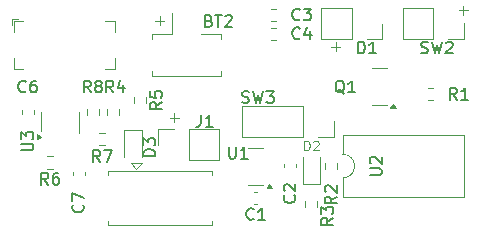
<source format=gbr>
%TF.GenerationSoftware,KiCad,Pcbnew,7.0.11-2.fc38*%
%TF.CreationDate,2024-04-24T16:28:19+02:00*%
%TF.ProjectId,lr_40,6c725f34-302e-46b6-9963-61645f706362,rev?*%
%TF.SameCoordinates,Original*%
%TF.FileFunction,Legend,Top*%
%TF.FilePolarity,Positive*%
%FSLAX46Y46*%
G04 Gerber Fmt 4.6, Leading zero omitted, Abs format (unit mm)*
G04 Created by KiCad (PCBNEW 7.0.11-2.fc38) date 2024-04-24 16:28:19*
%MOMM*%
%LPD*%
G01*
G04 APERTURE LIST*
%ADD10C,0.100000*%
%ADD11C,0.150000*%
%ADD12C,0.120000*%
G04 APERTURE END LIST*
D10*
X82303884Y-51591466D02*
X83065789Y-51591466D01*
X82684836Y-51972419D02*
X82684836Y-51210514D01*
X108003884Y-50691466D02*
X108765789Y-50691466D01*
X108384836Y-51072419D02*
X108384836Y-50310514D01*
X83503884Y-59791466D02*
X84265789Y-59791466D01*
X83884836Y-60172419D02*
X83884836Y-59410514D01*
X97203884Y-53791466D02*
X97965789Y-53791466D01*
X97584836Y-54172419D02*
X97584836Y-53410514D01*
D11*
X86839285Y-51581009D02*
X86982142Y-51628628D01*
X86982142Y-51628628D02*
X87029761Y-51676247D01*
X87029761Y-51676247D02*
X87077380Y-51771485D01*
X87077380Y-51771485D02*
X87077380Y-51914342D01*
X87077380Y-51914342D02*
X87029761Y-52009580D01*
X87029761Y-52009580D02*
X86982142Y-52057200D01*
X86982142Y-52057200D02*
X86886904Y-52104819D01*
X86886904Y-52104819D02*
X86505952Y-52104819D01*
X86505952Y-52104819D02*
X86505952Y-51104819D01*
X86505952Y-51104819D02*
X86839285Y-51104819D01*
X86839285Y-51104819D02*
X86934523Y-51152438D01*
X86934523Y-51152438D02*
X86982142Y-51200057D01*
X86982142Y-51200057D02*
X87029761Y-51295295D01*
X87029761Y-51295295D02*
X87029761Y-51390533D01*
X87029761Y-51390533D02*
X86982142Y-51485771D01*
X86982142Y-51485771D02*
X86934523Y-51533390D01*
X86934523Y-51533390D02*
X86839285Y-51581009D01*
X86839285Y-51581009D02*
X86505952Y-51581009D01*
X87363095Y-51104819D02*
X87934523Y-51104819D01*
X87648809Y-52104819D02*
X87648809Y-51104819D01*
X88220238Y-51200057D02*
X88267857Y-51152438D01*
X88267857Y-51152438D02*
X88363095Y-51104819D01*
X88363095Y-51104819D02*
X88601190Y-51104819D01*
X88601190Y-51104819D02*
X88696428Y-51152438D01*
X88696428Y-51152438D02*
X88744047Y-51200057D01*
X88744047Y-51200057D02*
X88791666Y-51295295D01*
X88791666Y-51295295D02*
X88791666Y-51390533D01*
X88791666Y-51390533D02*
X88744047Y-51533390D01*
X88744047Y-51533390D02*
X88172619Y-52104819D01*
X88172619Y-52104819D02*
X88791666Y-52104819D01*
D10*
X94909524Y-62564895D02*
X94909524Y-61764895D01*
X94909524Y-61764895D02*
X95100000Y-61764895D01*
X95100000Y-61764895D02*
X95214286Y-61802990D01*
X95214286Y-61802990D02*
X95290476Y-61879180D01*
X95290476Y-61879180D02*
X95328571Y-61955371D01*
X95328571Y-61955371D02*
X95366667Y-62107752D01*
X95366667Y-62107752D02*
X95366667Y-62222038D01*
X95366667Y-62222038D02*
X95328571Y-62374419D01*
X95328571Y-62374419D02*
X95290476Y-62450609D01*
X95290476Y-62450609D02*
X95214286Y-62526800D01*
X95214286Y-62526800D02*
X95100000Y-62564895D01*
X95100000Y-62564895D02*
X94909524Y-62564895D01*
X95671428Y-61841085D02*
X95709524Y-61802990D01*
X95709524Y-61802990D02*
X95785714Y-61764895D01*
X95785714Y-61764895D02*
X95976190Y-61764895D01*
X95976190Y-61764895D02*
X96052381Y-61802990D01*
X96052381Y-61802990D02*
X96090476Y-61841085D01*
X96090476Y-61841085D02*
X96128571Y-61917276D01*
X96128571Y-61917276D02*
X96128571Y-61993466D01*
X96128571Y-61993466D02*
X96090476Y-62107752D01*
X96090476Y-62107752D02*
X95633333Y-62564895D01*
X95633333Y-62564895D02*
X96128571Y-62564895D01*
D11*
X89666667Y-58507200D02*
X89809524Y-58554819D01*
X89809524Y-58554819D02*
X90047619Y-58554819D01*
X90047619Y-58554819D02*
X90142857Y-58507200D01*
X90142857Y-58507200D02*
X90190476Y-58459580D01*
X90190476Y-58459580D02*
X90238095Y-58364342D01*
X90238095Y-58364342D02*
X90238095Y-58269104D01*
X90238095Y-58269104D02*
X90190476Y-58173866D01*
X90190476Y-58173866D02*
X90142857Y-58126247D01*
X90142857Y-58126247D02*
X90047619Y-58078628D01*
X90047619Y-58078628D02*
X89857143Y-58031009D01*
X89857143Y-58031009D02*
X89761905Y-57983390D01*
X89761905Y-57983390D02*
X89714286Y-57935771D01*
X89714286Y-57935771D02*
X89666667Y-57840533D01*
X89666667Y-57840533D02*
X89666667Y-57745295D01*
X89666667Y-57745295D02*
X89714286Y-57650057D01*
X89714286Y-57650057D02*
X89761905Y-57602438D01*
X89761905Y-57602438D02*
X89857143Y-57554819D01*
X89857143Y-57554819D02*
X90095238Y-57554819D01*
X90095238Y-57554819D02*
X90238095Y-57602438D01*
X90571429Y-57554819D02*
X90809524Y-58554819D01*
X90809524Y-58554819D02*
X91000000Y-57840533D01*
X91000000Y-57840533D02*
X91190476Y-58554819D01*
X91190476Y-58554819D02*
X91428572Y-57554819D01*
X91714286Y-57554819D02*
X92333333Y-57554819D01*
X92333333Y-57554819D02*
X92000000Y-57935771D01*
X92000000Y-57935771D02*
X92142857Y-57935771D01*
X92142857Y-57935771D02*
X92238095Y-57983390D01*
X92238095Y-57983390D02*
X92285714Y-58031009D01*
X92285714Y-58031009D02*
X92333333Y-58126247D01*
X92333333Y-58126247D02*
X92333333Y-58364342D01*
X92333333Y-58364342D02*
X92285714Y-58459580D01*
X92285714Y-58459580D02*
X92238095Y-58507200D01*
X92238095Y-58507200D02*
X92142857Y-58554819D01*
X92142857Y-58554819D02*
X91857143Y-58554819D01*
X91857143Y-58554819D02*
X91761905Y-58507200D01*
X91761905Y-58507200D02*
X91714286Y-58459580D01*
X94533333Y-51459580D02*
X94485714Y-51507200D01*
X94485714Y-51507200D02*
X94342857Y-51554819D01*
X94342857Y-51554819D02*
X94247619Y-51554819D01*
X94247619Y-51554819D02*
X94104762Y-51507200D01*
X94104762Y-51507200D02*
X94009524Y-51411961D01*
X94009524Y-51411961D02*
X93961905Y-51316723D01*
X93961905Y-51316723D02*
X93914286Y-51126247D01*
X93914286Y-51126247D02*
X93914286Y-50983390D01*
X93914286Y-50983390D02*
X93961905Y-50792914D01*
X93961905Y-50792914D02*
X94009524Y-50697676D01*
X94009524Y-50697676D02*
X94104762Y-50602438D01*
X94104762Y-50602438D02*
X94247619Y-50554819D01*
X94247619Y-50554819D02*
X94342857Y-50554819D01*
X94342857Y-50554819D02*
X94485714Y-50602438D01*
X94485714Y-50602438D02*
X94533333Y-50650057D01*
X94866667Y-50554819D02*
X95485714Y-50554819D01*
X95485714Y-50554819D02*
X95152381Y-50935771D01*
X95152381Y-50935771D02*
X95295238Y-50935771D01*
X95295238Y-50935771D02*
X95390476Y-50983390D01*
X95390476Y-50983390D02*
X95438095Y-51031009D01*
X95438095Y-51031009D02*
X95485714Y-51126247D01*
X95485714Y-51126247D02*
X95485714Y-51364342D01*
X95485714Y-51364342D02*
X95438095Y-51459580D01*
X95438095Y-51459580D02*
X95390476Y-51507200D01*
X95390476Y-51507200D02*
X95295238Y-51554819D01*
X95295238Y-51554819D02*
X95009524Y-51554819D01*
X95009524Y-51554819D02*
X94914286Y-51507200D01*
X94914286Y-51507200D02*
X94866667Y-51459580D01*
X70954819Y-62561904D02*
X71764342Y-62561904D01*
X71764342Y-62561904D02*
X71859580Y-62514285D01*
X71859580Y-62514285D02*
X71907200Y-62466666D01*
X71907200Y-62466666D02*
X71954819Y-62371428D01*
X71954819Y-62371428D02*
X71954819Y-62180952D01*
X71954819Y-62180952D02*
X71907200Y-62085714D01*
X71907200Y-62085714D02*
X71859580Y-62038095D01*
X71859580Y-62038095D02*
X71764342Y-61990476D01*
X71764342Y-61990476D02*
X70954819Y-61990476D01*
X70954819Y-61609523D02*
X70954819Y-60990476D01*
X70954819Y-60990476D02*
X71335771Y-61323809D01*
X71335771Y-61323809D02*
X71335771Y-61180952D01*
X71335771Y-61180952D02*
X71383390Y-61085714D01*
X71383390Y-61085714D02*
X71431009Y-61038095D01*
X71431009Y-61038095D02*
X71526247Y-60990476D01*
X71526247Y-60990476D02*
X71764342Y-60990476D01*
X71764342Y-60990476D02*
X71859580Y-61038095D01*
X71859580Y-61038095D02*
X71907200Y-61085714D01*
X71907200Y-61085714D02*
X71954819Y-61180952D01*
X71954819Y-61180952D02*
X71954819Y-61466666D01*
X71954819Y-61466666D02*
X71907200Y-61561904D01*
X71907200Y-61561904D02*
X71859580Y-61609523D01*
X76159580Y-67166666D02*
X76207200Y-67214285D01*
X76207200Y-67214285D02*
X76254819Y-67357142D01*
X76254819Y-67357142D02*
X76254819Y-67452380D01*
X76254819Y-67452380D02*
X76207200Y-67595237D01*
X76207200Y-67595237D02*
X76111961Y-67690475D01*
X76111961Y-67690475D02*
X76016723Y-67738094D01*
X76016723Y-67738094D02*
X75826247Y-67785713D01*
X75826247Y-67785713D02*
X75683390Y-67785713D01*
X75683390Y-67785713D02*
X75492914Y-67738094D01*
X75492914Y-67738094D02*
X75397676Y-67690475D01*
X75397676Y-67690475D02*
X75302438Y-67595237D01*
X75302438Y-67595237D02*
X75254819Y-67452380D01*
X75254819Y-67452380D02*
X75254819Y-67357142D01*
X75254819Y-67357142D02*
X75302438Y-67214285D01*
X75302438Y-67214285D02*
X75350057Y-67166666D01*
X75254819Y-66833332D02*
X75254819Y-66166666D01*
X75254819Y-66166666D02*
X76254819Y-66595237D01*
X94059580Y-66366666D02*
X94107200Y-66414285D01*
X94107200Y-66414285D02*
X94154819Y-66557142D01*
X94154819Y-66557142D02*
X94154819Y-66652380D01*
X94154819Y-66652380D02*
X94107200Y-66795237D01*
X94107200Y-66795237D02*
X94011961Y-66890475D01*
X94011961Y-66890475D02*
X93916723Y-66938094D01*
X93916723Y-66938094D02*
X93726247Y-66985713D01*
X93726247Y-66985713D02*
X93583390Y-66985713D01*
X93583390Y-66985713D02*
X93392914Y-66938094D01*
X93392914Y-66938094D02*
X93297676Y-66890475D01*
X93297676Y-66890475D02*
X93202438Y-66795237D01*
X93202438Y-66795237D02*
X93154819Y-66652380D01*
X93154819Y-66652380D02*
X93154819Y-66557142D01*
X93154819Y-66557142D02*
X93202438Y-66414285D01*
X93202438Y-66414285D02*
X93250057Y-66366666D01*
X93250057Y-65985713D02*
X93202438Y-65938094D01*
X93202438Y-65938094D02*
X93154819Y-65842856D01*
X93154819Y-65842856D02*
X93154819Y-65604761D01*
X93154819Y-65604761D02*
X93202438Y-65509523D01*
X93202438Y-65509523D02*
X93250057Y-65461904D01*
X93250057Y-65461904D02*
X93345295Y-65414285D01*
X93345295Y-65414285D02*
X93440533Y-65414285D01*
X93440533Y-65414285D02*
X93583390Y-65461904D01*
X93583390Y-65461904D02*
X94154819Y-66033332D01*
X94154819Y-66033332D02*
X94154819Y-65414285D01*
X94533333Y-53059580D02*
X94485714Y-53107200D01*
X94485714Y-53107200D02*
X94342857Y-53154819D01*
X94342857Y-53154819D02*
X94247619Y-53154819D01*
X94247619Y-53154819D02*
X94104762Y-53107200D01*
X94104762Y-53107200D02*
X94009524Y-53011961D01*
X94009524Y-53011961D02*
X93961905Y-52916723D01*
X93961905Y-52916723D02*
X93914286Y-52726247D01*
X93914286Y-52726247D02*
X93914286Y-52583390D01*
X93914286Y-52583390D02*
X93961905Y-52392914D01*
X93961905Y-52392914D02*
X94009524Y-52297676D01*
X94009524Y-52297676D02*
X94104762Y-52202438D01*
X94104762Y-52202438D02*
X94247619Y-52154819D01*
X94247619Y-52154819D02*
X94342857Y-52154819D01*
X94342857Y-52154819D02*
X94485714Y-52202438D01*
X94485714Y-52202438D02*
X94533333Y-52250057D01*
X95390476Y-52488152D02*
X95390476Y-53154819D01*
X95152381Y-52107200D02*
X94914286Y-52821485D01*
X94914286Y-52821485D02*
X95533333Y-52821485D01*
X82284819Y-63038094D02*
X81284819Y-63038094D01*
X81284819Y-63038094D02*
X81284819Y-62799999D01*
X81284819Y-62799999D02*
X81332438Y-62657142D01*
X81332438Y-62657142D02*
X81427676Y-62561904D01*
X81427676Y-62561904D02*
X81522914Y-62514285D01*
X81522914Y-62514285D02*
X81713390Y-62466666D01*
X81713390Y-62466666D02*
X81856247Y-62466666D01*
X81856247Y-62466666D02*
X82046723Y-62514285D01*
X82046723Y-62514285D02*
X82141961Y-62561904D01*
X82141961Y-62561904D02*
X82237200Y-62657142D01*
X82237200Y-62657142D02*
X82284819Y-62799999D01*
X82284819Y-62799999D02*
X82284819Y-63038094D01*
X81284819Y-62133332D02*
X81284819Y-61514285D01*
X81284819Y-61514285D02*
X81665771Y-61847618D01*
X81665771Y-61847618D02*
X81665771Y-61704761D01*
X81665771Y-61704761D02*
X81713390Y-61609523D01*
X81713390Y-61609523D02*
X81761009Y-61561904D01*
X81761009Y-61561904D02*
X81856247Y-61514285D01*
X81856247Y-61514285D02*
X82094342Y-61514285D01*
X82094342Y-61514285D02*
X82189580Y-61561904D01*
X82189580Y-61561904D02*
X82237200Y-61609523D01*
X82237200Y-61609523D02*
X82284819Y-61704761D01*
X82284819Y-61704761D02*
X82284819Y-61990475D01*
X82284819Y-61990475D02*
X82237200Y-62085713D01*
X82237200Y-62085713D02*
X82189580Y-62133332D01*
X73233333Y-65454819D02*
X72900000Y-64978628D01*
X72661905Y-65454819D02*
X72661905Y-64454819D01*
X72661905Y-64454819D02*
X73042857Y-64454819D01*
X73042857Y-64454819D02*
X73138095Y-64502438D01*
X73138095Y-64502438D02*
X73185714Y-64550057D01*
X73185714Y-64550057D02*
X73233333Y-64645295D01*
X73233333Y-64645295D02*
X73233333Y-64788152D01*
X73233333Y-64788152D02*
X73185714Y-64883390D01*
X73185714Y-64883390D02*
X73138095Y-64931009D01*
X73138095Y-64931009D02*
X73042857Y-64978628D01*
X73042857Y-64978628D02*
X72661905Y-64978628D01*
X74090476Y-64454819D02*
X73900000Y-64454819D01*
X73900000Y-64454819D02*
X73804762Y-64502438D01*
X73804762Y-64502438D02*
X73757143Y-64550057D01*
X73757143Y-64550057D02*
X73661905Y-64692914D01*
X73661905Y-64692914D02*
X73614286Y-64883390D01*
X73614286Y-64883390D02*
X73614286Y-65264342D01*
X73614286Y-65264342D02*
X73661905Y-65359580D01*
X73661905Y-65359580D02*
X73709524Y-65407200D01*
X73709524Y-65407200D02*
X73804762Y-65454819D01*
X73804762Y-65454819D02*
X73995238Y-65454819D01*
X73995238Y-65454819D02*
X74090476Y-65407200D01*
X74090476Y-65407200D02*
X74138095Y-65359580D01*
X74138095Y-65359580D02*
X74185714Y-65264342D01*
X74185714Y-65264342D02*
X74185714Y-65026247D01*
X74185714Y-65026247D02*
X74138095Y-64931009D01*
X74138095Y-64931009D02*
X74090476Y-64883390D01*
X74090476Y-64883390D02*
X73995238Y-64835771D01*
X73995238Y-64835771D02*
X73804762Y-64835771D01*
X73804762Y-64835771D02*
X73709524Y-64883390D01*
X73709524Y-64883390D02*
X73661905Y-64931009D01*
X73661905Y-64931009D02*
X73614286Y-65026247D01*
X104816667Y-54307200D02*
X104959524Y-54354819D01*
X104959524Y-54354819D02*
X105197619Y-54354819D01*
X105197619Y-54354819D02*
X105292857Y-54307200D01*
X105292857Y-54307200D02*
X105340476Y-54259580D01*
X105340476Y-54259580D02*
X105388095Y-54164342D01*
X105388095Y-54164342D02*
X105388095Y-54069104D01*
X105388095Y-54069104D02*
X105340476Y-53973866D01*
X105340476Y-53973866D02*
X105292857Y-53926247D01*
X105292857Y-53926247D02*
X105197619Y-53878628D01*
X105197619Y-53878628D02*
X105007143Y-53831009D01*
X105007143Y-53831009D02*
X104911905Y-53783390D01*
X104911905Y-53783390D02*
X104864286Y-53735771D01*
X104864286Y-53735771D02*
X104816667Y-53640533D01*
X104816667Y-53640533D02*
X104816667Y-53545295D01*
X104816667Y-53545295D02*
X104864286Y-53450057D01*
X104864286Y-53450057D02*
X104911905Y-53402438D01*
X104911905Y-53402438D02*
X105007143Y-53354819D01*
X105007143Y-53354819D02*
X105245238Y-53354819D01*
X105245238Y-53354819D02*
X105388095Y-53402438D01*
X105721429Y-53354819D02*
X105959524Y-54354819D01*
X105959524Y-54354819D02*
X106150000Y-53640533D01*
X106150000Y-53640533D02*
X106340476Y-54354819D01*
X106340476Y-54354819D02*
X106578572Y-53354819D01*
X106911905Y-53450057D02*
X106959524Y-53402438D01*
X106959524Y-53402438D02*
X107054762Y-53354819D01*
X107054762Y-53354819D02*
X107292857Y-53354819D01*
X107292857Y-53354819D02*
X107388095Y-53402438D01*
X107388095Y-53402438D02*
X107435714Y-53450057D01*
X107435714Y-53450057D02*
X107483333Y-53545295D01*
X107483333Y-53545295D02*
X107483333Y-53640533D01*
X107483333Y-53640533D02*
X107435714Y-53783390D01*
X107435714Y-53783390D02*
X106864286Y-54354819D01*
X106864286Y-54354819D02*
X107483333Y-54354819D01*
X88538095Y-62254819D02*
X88538095Y-63064342D01*
X88538095Y-63064342D02*
X88585714Y-63159580D01*
X88585714Y-63159580D02*
X88633333Y-63207200D01*
X88633333Y-63207200D02*
X88728571Y-63254819D01*
X88728571Y-63254819D02*
X88919047Y-63254819D01*
X88919047Y-63254819D02*
X89014285Y-63207200D01*
X89014285Y-63207200D02*
X89061904Y-63159580D01*
X89061904Y-63159580D02*
X89109523Y-63064342D01*
X89109523Y-63064342D02*
X89109523Y-62254819D01*
X90109523Y-63254819D02*
X89538095Y-63254819D01*
X89823809Y-63254819D02*
X89823809Y-62254819D01*
X89823809Y-62254819D02*
X89728571Y-62397676D01*
X89728571Y-62397676D02*
X89633333Y-62492914D01*
X89633333Y-62492914D02*
X89538095Y-62540533D01*
X76833333Y-57654819D02*
X76500000Y-57178628D01*
X76261905Y-57654819D02*
X76261905Y-56654819D01*
X76261905Y-56654819D02*
X76642857Y-56654819D01*
X76642857Y-56654819D02*
X76738095Y-56702438D01*
X76738095Y-56702438D02*
X76785714Y-56750057D01*
X76785714Y-56750057D02*
X76833333Y-56845295D01*
X76833333Y-56845295D02*
X76833333Y-56988152D01*
X76833333Y-56988152D02*
X76785714Y-57083390D01*
X76785714Y-57083390D02*
X76738095Y-57131009D01*
X76738095Y-57131009D02*
X76642857Y-57178628D01*
X76642857Y-57178628D02*
X76261905Y-57178628D01*
X77404762Y-57083390D02*
X77309524Y-57035771D01*
X77309524Y-57035771D02*
X77261905Y-56988152D01*
X77261905Y-56988152D02*
X77214286Y-56892914D01*
X77214286Y-56892914D02*
X77214286Y-56845295D01*
X77214286Y-56845295D02*
X77261905Y-56750057D01*
X77261905Y-56750057D02*
X77309524Y-56702438D01*
X77309524Y-56702438D02*
X77404762Y-56654819D01*
X77404762Y-56654819D02*
X77595238Y-56654819D01*
X77595238Y-56654819D02*
X77690476Y-56702438D01*
X77690476Y-56702438D02*
X77738095Y-56750057D01*
X77738095Y-56750057D02*
X77785714Y-56845295D01*
X77785714Y-56845295D02*
X77785714Y-56892914D01*
X77785714Y-56892914D02*
X77738095Y-56988152D01*
X77738095Y-56988152D02*
X77690476Y-57035771D01*
X77690476Y-57035771D02*
X77595238Y-57083390D01*
X77595238Y-57083390D02*
X77404762Y-57083390D01*
X77404762Y-57083390D02*
X77309524Y-57131009D01*
X77309524Y-57131009D02*
X77261905Y-57178628D01*
X77261905Y-57178628D02*
X77214286Y-57273866D01*
X77214286Y-57273866D02*
X77214286Y-57464342D01*
X77214286Y-57464342D02*
X77261905Y-57559580D01*
X77261905Y-57559580D02*
X77309524Y-57607200D01*
X77309524Y-57607200D02*
X77404762Y-57654819D01*
X77404762Y-57654819D02*
X77595238Y-57654819D01*
X77595238Y-57654819D02*
X77690476Y-57607200D01*
X77690476Y-57607200D02*
X77738095Y-57559580D01*
X77738095Y-57559580D02*
X77785714Y-57464342D01*
X77785714Y-57464342D02*
X77785714Y-57273866D01*
X77785714Y-57273866D02*
X77738095Y-57178628D01*
X77738095Y-57178628D02*
X77690476Y-57131009D01*
X77690476Y-57131009D02*
X77595238Y-57083390D01*
X78733333Y-57654819D02*
X78400000Y-57178628D01*
X78161905Y-57654819D02*
X78161905Y-56654819D01*
X78161905Y-56654819D02*
X78542857Y-56654819D01*
X78542857Y-56654819D02*
X78638095Y-56702438D01*
X78638095Y-56702438D02*
X78685714Y-56750057D01*
X78685714Y-56750057D02*
X78733333Y-56845295D01*
X78733333Y-56845295D02*
X78733333Y-56988152D01*
X78733333Y-56988152D02*
X78685714Y-57083390D01*
X78685714Y-57083390D02*
X78638095Y-57131009D01*
X78638095Y-57131009D02*
X78542857Y-57178628D01*
X78542857Y-57178628D02*
X78161905Y-57178628D01*
X79590476Y-56988152D02*
X79590476Y-57654819D01*
X79352381Y-56607200D02*
X79114286Y-57321485D01*
X79114286Y-57321485D02*
X79733333Y-57321485D01*
X98304761Y-57750057D02*
X98209523Y-57702438D01*
X98209523Y-57702438D02*
X98114285Y-57607200D01*
X98114285Y-57607200D02*
X97971428Y-57464342D01*
X97971428Y-57464342D02*
X97876190Y-57416723D01*
X97876190Y-57416723D02*
X97780952Y-57416723D01*
X97828571Y-57654819D02*
X97733333Y-57607200D01*
X97733333Y-57607200D02*
X97638095Y-57511961D01*
X97638095Y-57511961D02*
X97590476Y-57321485D01*
X97590476Y-57321485D02*
X97590476Y-56988152D01*
X97590476Y-56988152D02*
X97638095Y-56797676D01*
X97638095Y-56797676D02*
X97733333Y-56702438D01*
X97733333Y-56702438D02*
X97828571Y-56654819D01*
X97828571Y-56654819D02*
X98019047Y-56654819D01*
X98019047Y-56654819D02*
X98114285Y-56702438D01*
X98114285Y-56702438D02*
X98209523Y-56797676D01*
X98209523Y-56797676D02*
X98257142Y-56988152D01*
X98257142Y-56988152D02*
X98257142Y-57321485D01*
X98257142Y-57321485D02*
X98209523Y-57511961D01*
X98209523Y-57511961D02*
X98114285Y-57607200D01*
X98114285Y-57607200D02*
X98019047Y-57654819D01*
X98019047Y-57654819D02*
X97828571Y-57654819D01*
X99209523Y-57654819D02*
X98638095Y-57654819D01*
X98923809Y-57654819D02*
X98923809Y-56654819D01*
X98923809Y-56654819D02*
X98828571Y-56797676D01*
X98828571Y-56797676D02*
X98733333Y-56892914D01*
X98733333Y-56892914D02*
X98638095Y-56940533D01*
X107833333Y-58254819D02*
X107500000Y-57778628D01*
X107261905Y-58254819D02*
X107261905Y-57254819D01*
X107261905Y-57254819D02*
X107642857Y-57254819D01*
X107642857Y-57254819D02*
X107738095Y-57302438D01*
X107738095Y-57302438D02*
X107785714Y-57350057D01*
X107785714Y-57350057D02*
X107833333Y-57445295D01*
X107833333Y-57445295D02*
X107833333Y-57588152D01*
X107833333Y-57588152D02*
X107785714Y-57683390D01*
X107785714Y-57683390D02*
X107738095Y-57731009D01*
X107738095Y-57731009D02*
X107642857Y-57778628D01*
X107642857Y-57778628D02*
X107261905Y-57778628D01*
X108785714Y-58254819D02*
X108214286Y-58254819D01*
X108500000Y-58254819D02*
X108500000Y-57254819D01*
X108500000Y-57254819D02*
X108404762Y-57397676D01*
X108404762Y-57397676D02*
X108309524Y-57492914D01*
X108309524Y-57492914D02*
X108214286Y-57540533D01*
X82854819Y-58466666D02*
X82378628Y-58799999D01*
X82854819Y-59038094D02*
X81854819Y-59038094D01*
X81854819Y-59038094D02*
X81854819Y-58657142D01*
X81854819Y-58657142D02*
X81902438Y-58561904D01*
X81902438Y-58561904D02*
X81950057Y-58514285D01*
X81950057Y-58514285D02*
X82045295Y-58466666D01*
X82045295Y-58466666D02*
X82188152Y-58466666D01*
X82188152Y-58466666D02*
X82283390Y-58514285D01*
X82283390Y-58514285D02*
X82331009Y-58561904D01*
X82331009Y-58561904D02*
X82378628Y-58657142D01*
X82378628Y-58657142D02*
X82378628Y-59038094D01*
X81854819Y-57561904D02*
X81854819Y-58038094D01*
X81854819Y-58038094D02*
X82331009Y-58085713D01*
X82331009Y-58085713D02*
X82283390Y-58038094D01*
X82283390Y-58038094D02*
X82235771Y-57942856D01*
X82235771Y-57942856D02*
X82235771Y-57704761D01*
X82235771Y-57704761D02*
X82283390Y-57609523D01*
X82283390Y-57609523D02*
X82331009Y-57561904D01*
X82331009Y-57561904D02*
X82426247Y-57514285D01*
X82426247Y-57514285D02*
X82664342Y-57514285D01*
X82664342Y-57514285D02*
X82759580Y-57561904D01*
X82759580Y-57561904D02*
X82807200Y-57609523D01*
X82807200Y-57609523D02*
X82854819Y-57704761D01*
X82854819Y-57704761D02*
X82854819Y-57942856D01*
X82854819Y-57942856D02*
X82807200Y-58038094D01*
X82807200Y-58038094D02*
X82759580Y-58085713D01*
X97654819Y-66466666D02*
X97178628Y-66799999D01*
X97654819Y-67038094D02*
X96654819Y-67038094D01*
X96654819Y-67038094D02*
X96654819Y-66657142D01*
X96654819Y-66657142D02*
X96702438Y-66561904D01*
X96702438Y-66561904D02*
X96750057Y-66514285D01*
X96750057Y-66514285D02*
X96845295Y-66466666D01*
X96845295Y-66466666D02*
X96988152Y-66466666D01*
X96988152Y-66466666D02*
X97083390Y-66514285D01*
X97083390Y-66514285D02*
X97131009Y-66561904D01*
X97131009Y-66561904D02*
X97178628Y-66657142D01*
X97178628Y-66657142D02*
X97178628Y-67038094D01*
X96750057Y-66085713D02*
X96702438Y-66038094D01*
X96702438Y-66038094D02*
X96654819Y-65942856D01*
X96654819Y-65942856D02*
X96654819Y-65704761D01*
X96654819Y-65704761D02*
X96702438Y-65609523D01*
X96702438Y-65609523D02*
X96750057Y-65561904D01*
X96750057Y-65561904D02*
X96845295Y-65514285D01*
X96845295Y-65514285D02*
X96940533Y-65514285D01*
X96940533Y-65514285D02*
X97083390Y-65561904D01*
X97083390Y-65561904D02*
X97654819Y-66133332D01*
X97654819Y-66133332D02*
X97654819Y-65514285D01*
X77633333Y-63554819D02*
X77300000Y-63078628D01*
X77061905Y-63554819D02*
X77061905Y-62554819D01*
X77061905Y-62554819D02*
X77442857Y-62554819D01*
X77442857Y-62554819D02*
X77538095Y-62602438D01*
X77538095Y-62602438D02*
X77585714Y-62650057D01*
X77585714Y-62650057D02*
X77633333Y-62745295D01*
X77633333Y-62745295D02*
X77633333Y-62888152D01*
X77633333Y-62888152D02*
X77585714Y-62983390D01*
X77585714Y-62983390D02*
X77538095Y-63031009D01*
X77538095Y-63031009D02*
X77442857Y-63078628D01*
X77442857Y-63078628D02*
X77061905Y-63078628D01*
X77966667Y-62554819D02*
X78633333Y-62554819D01*
X78633333Y-62554819D02*
X78204762Y-63554819D01*
X90633333Y-68359580D02*
X90585714Y-68407200D01*
X90585714Y-68407200D02*
X90442857Y-68454819D01*
X90442857Y-68454819D02*
X90347619Y-68454819D01*
X90347619Y-68454819D02*
X90204762Y-68407200D01*
X90204762Y-68407200D02*
X90109524Y-68311961D01*
X90109524Y-68311961D02*
X90061905Y-68216723D01*
X90061905Y-68216723D02*
X90014286Y-68026247D01*
X90014286Y-68026247D02*
X90014286Y-67883390D01*
X90014286Y-67883390D02*
X90061905Y-67692914D01*
X90061905Y-67692914D02*
X90109524Y-67597676D01*
X90109524Y-67597676D02*
X90204762Y-67502438D01*
X90204762Y-67502438D02*
X90347619Y-67454819D01*
X90347619Y-67454819D02*
X90442857Y-67454819D01*
X90442857Y-67454819D02*
X90585714Y-67502438D01*
X90585714Y-67502438D02*
X90633333Y-67550057D01*
X91585714Y-68454819D02*
X91014286Y-68454819D01*
X91300000Y-68454819D02*
X91300000Y-67454819D01*
X91300000Y-67454819D02*
X91204762Y-67597676D01*
X91204762Y-67597676D02*
X91109524Y-67692914D01*
X91109524Y-67692914D02*
X91014286Y-67740533D01*
X99461905Y-54354819D02*
X99461905Y-53354819D01*
X99461905Y-53354819D02*
X99700000Y-53354819D01*
X99700000Y-53354819D02*
X99842857Y-53402438D01*
X99842857Y-53402438D02*
X99938095Y-53497676D01*
X99938095Y-53497676D02*
X99985714Y-53592914D01*
X99985714Y-53592914D02*
X100033333Y-53783390D01*
X100033333Y-53783390D02*
X100033333Y-53926247D01*
X100033333Y-53926247D02*
X99985714Y-54116723D01*
X99985714Y-54116723D02*
X99938095Y-54211961D01*
X99938095Y-54211961D02*
X99842857Y-54307200D01*
X99842857Y-54307200D02*
X99700000Y-54354819D01*
X99700000Y-54354819D02*
X99461905Y-54354819D01*
X100985714Y-54354819D02*
X100414286Y-54354819D01*
X100700000Y-54354819D02*
X100700000Y-53354819D01*
X100700000Y-53354819D02*
X100604762Y-53497676D01*
X100604762Y-53497676D02*
X100509524Y-53592914D01*
X100509524Y-53592914D02*
X100414286Y-53640533D01*
X100454819Y-64651904D02*
X101264342Y-64651904D01*
X101264342Y-64651904D02*
X101359580Y-64604285D01*
X101359580Y-64604285D02*
X101407200Y-64556666D01*
X101407200Y-64556666D02*
X101454819Y-64461428D01*
X101454819Y-64461428D02*
X101454819Y-64270952D01*
X101454819Y-64270952D02*
X101407200Y-64175714D01*
X101407200Y-64175714D02*
X101359580Y-64128095D01*
X101359580Y-64128095D02*
X101264342Y-64080476D01*
X101264342Y-64080476D02*
X100454819Y-64080476D01*
X100550057Y-63651904D02*
X100502438Y-63604285D01*
X100502438Y-63604285D02*
X100454819Y-63509047D01*
X100454819Y-63509047D02*
X100454819Y-63270952D01*
X100454819Y-63270952D02*
X100502438Y-63175714D01*
X100502438Y-63175714D02*
X100550057Y-63128095D01*
X100550057Y-63128095D02*
X100645295Y-63080476D01*
X100645295Y-63080476D02*
X100740533Y-63080476D01*
X100740533Y-63080476D02*
X100883390Y-63128095D01*
X100883390Y-63128095D02*
X101454819Y-63699523D01*
X101454819Y-63699523D02*
X101454819Y-63080476D01*
X86166666Y-59554819D02*
X86166666Y-60269104D01*
X86166666Y-60269104D02*
X86119047Y-60411961D01*
X86119047Y-60411961D02*
X86023809Y-60507200D01*
X86023809Y-60507200D02*
X85880952Y-60554819D01*
X85880952Y-60554819D02*
X85785714Y-60554819D01*
X87166666Y-60554819D02*
X86595238Y-60554819D01*
X86880952Y-60554819D02*
X86880952Y-59554819D01*
X86880952Y-59554819D02*
X86785714Y-59697676D01*
X86785714Y-59697676D02*
X86690476Y-59792914D01*
X86690476Y-59792914D02*
X86595238Y-59840533D01*
X71333333Y-57559580D02*
X71285714Y-57607200D01*
X71285714Y-57607200D02*
X71142857Y-57654819D01*
X71142857Y-57654819D02*
X71047619Y-57654819D01*
X71047619Y-57654819D02*
X70904762Y-57607200D01*
X70904762Y-57607200D02*
X70809524Y-57511961D01*
X70809524Y-57511961D02*
X70761905Y-57416723D01*
X70761905Y-57416723D02*
X70714286Y-57226247D01*
X70714286Y-57226247D02*
X70714286Y-57083390D01*
X70714286Y-57083390D02*
X70761905Y-56892914D01*
X70761905Y-56892914D02*
X70809524Y-56797676D01*
X70809524Y-56797676D02*
X70904762Y-56702438D01*
X70904762Y-56702438D02*
X71047619Y-56654819D01*
X71047619Y-56654819D02*
X71142857Y-56654819D01*
X71142857Y-56654819D02*
X71285714Y-56702438D01*
X71285714Y-56702438D02*
X71333333Y-56750057D01*
X72190476Y-56654819D02*
X72000000Y-56654819D01*
X72000000Y-56654819D02*
X71904762Y-56702438D01*
X71904762Y-56702438D02*
X71857143Y-56750057D01*
X71857143Y-56750057D02*
X71761905Y-56892914D01*
X71761905Y-56892914D02*
X71714286Y-57083390D01*
X71714286Y-57083390D02*
X71714286Y-57464342D01*
X71714286Y-57464342D02*
X71761905Y-57559580D01*
X71761905Y-57559580D02*
X71809524Y-57607200D01*
X71809524Y-57607200D02*
X71904762Y-57654819D01*
X71904762Y-57654819D02*
X72095238Y-57654819D01*
X72095238Y-57654819D02*
X72190476Y-57607200D01*
X72190476Y-57607200D02*
X72238095Y-57559580D01*
X72238095Y-57559580D02*
X72285714Y-57464342D01*
X72285714Y-57464342D02*
X72285714Y-57226247D01*
X72285714Y-57226247D02*
X72238095Y-57131009D01*
X72238095Y-57131009D02*
X72190476Y-57083390D01*
X72190476Y-57083390D02*
X72095238Y-57035771D01*
X72095238Y-57035771D02*
X71904762Y-57035771D01*
X71904762Y-57035771D02*
X71809524Y-57083390D01*
X71809524Y-57083390D02*
X71761905Y-57131009D01*
X71761905Y-57131009D02*
X71714286Y-57226247D01*
X97354819Y-68266666D02*
X96878628Y-68599999D01*
X97354819Y-68838094D02*
X96354819Y-68838094D01*
X96354819Y-68838094D02*
X96354819Y-68457142D01*
X96354819Y-68457142D02*
X96402438Y-68361904D01*
X96402438Y-68361904D02*
X96450057Y-68314285D01*
X96450057Y-68314285D02*
X96545295Y-68266666D01*
X96545295Y-68266666D02*
X96688152Y-68266666D01*
X96688152Y-68266666D02*
X96783390Y-68314285D01*
X96783390Y-68314285D02*
X96831009Y-68361904D01*
X96831009Y-68361904D02*
X96878628Y-68457142D01*
X96878628Y-68457142D02*
X96878628Y-68838094D01*
X96354819Y-67933332D02*
X96354819Y-67314285D01*
X96354819Y-67314285D02*
X96735771Y-67647618D01*
X96735771Y-67647618D02*
X96735771Y-67504761D01*
X96735771Y-67504761D02*
X96783390Y-67409523D01*
X96783390Y-67409523D02*
X96831009Y-67361904D01*
X96831009Y-67361904D02*
X96926247Y-67314285D01*
X96926247Y-67314285D02*
X97164342Y-67314285D01*
X97164342Y-67314285D02*
X97259580Y-67361904D01*
X97259580Y-67361904D02*
X97307200Y-67409523D01*
X97307200Y-67409523D02*
X97354819Y-67504761D01*
X97354819Y-67504761D02*
X97354819Y-67790475D01*
X97354819Y-67790475D02*
X97307200Y-67885713D01*
X97307200Y-67885713D02*
X97259580Y-67933332D01*
D12*
%TO.C,BT2*%
X82000000Y-52700000D02*
X82000000Y-53140000D01*
X82000000Y-55860000D02*
X82000000Y-56300000D01*
X82000000Y-56300000D02*
X87850000Y-56300000D01*
X83690000Y-52700000D02*
X82000000Y-52700000D01*
X83690000Y-52700000D02*
X83690000Y-50900000D01*
X86160000Y-52700000D02*
X87850000Y-52700000D01*
X87850000Y-52700000D02*
X87850000Y-53140000D01*
X87850000Y-56300000D02*
X87850000Y-55860000D01*
%TO.C,D2*%
X94765000Y-65372500D02*
X96235000Y-65372500D01*
X96235000Y-65372500D02*
X96235000Y-63087500D01*
X94765000Y-63087500D02*
X94765000Y-65372500D01*
%TO.C,SW3*%
X94810000Y-58770000D02*
X89670000Y-58770000D01*
X94810000Y-58770000D02*
X94810000Y-61430000D01*
X89670000Y-58770000D02*
X89670000Y-61430000D01*
X97410000Y-60100000D02*
X97410000Y-61430000D01*
X97410000Y-61430000D02*
X96080000Y-61430000D01*
X94810000Y-61430000D02*
X89670000Y-61430000D01*
%TO.C,C3*%
X92537258Y-51622500D02*
X92062742Y-51622500D01*
X92537258Y-50577500D02*
X92062742Y-50577500D01*
%TO.C,U3*%
X75810000Y-61100000D02*
X75810000Y-59300000D01*
X72590000Y-60100000D02*
X72590000Y-60900000D01*
X72590000Y-60100000D02*
X72590000Y-59300000D01*
X72640000Y-61400000D02*
X72310000Y-61640000D01*
X72310000Y-61160000D01*
X72640000Y-61400000D01*
G36*
X72640000Y-61400000D02*
G01*
X72310000Y-61640000D01*
X72310000Y-61160000D01*
X72640000Y-61400000D01*
G37*
%TO.C,C7*%
X76310000Y-64359420D02*
X76310000Y-64640580D01*
X75290000Y-64359420D02*
X75290000Y-64640580D01*
%TO.C,C2*%
X94210000Y-63684420D02*
X94210000Y-63965580D01*
X93190000Y-63684420D02*
X93190000Y-63965580D01*
%TO.C,C4*%
X92537258Y-53222500D02*
X92062742Y-53222500D01*
X92537258Y-52177500D02*
X92062742Y-52177500D01*
%TO.C,SW1*%
X78290000Y-64340000D02*
X87110000Y-64340000D01*
X78290000Y-64650000D02*
X78290000Y-64340000D01*
X78290000Y-68860000D02*
X78290000Y-68550000D01*
X80200000Y-63640000D02*
X80700000Y-64140000D01*
X80700000Y-64140000D02*
X81200000Y-63640000D01*
X81200000Y-63640000D02*
X80200000Y-63640000D01*
X87110000Y-64340000D02*
X87110000Y-64650000D01*
X87110000Y-68860000D02*
X78290000Y-68860000D01*
X87110000Y-68860000D02*
X87110000Y-68550000D01*
%TO.C,D3*%
X81135000Y-60815000D02*
X79665000Y-60815000D01*
X79665000Y-60815000D02*
X79665000Y-63100000D01*
X81135000Y-63100000D02*
X81135000Y-60815000D01*
%TO.C,R6*%
X73162742Y-63077500D02*
X73637258Y-63077500D01*
X73162742Y-64122500D02*
X73637258Y-64122500D01*
%TO.C,SW2*%
X105830000Y-50470000D02*
X103230000Y-50470000D01*
X105830000Y-50470000D02*
X105830000Y-53130000D01*
X103230000Y-50470000D02*
X103230000Y-53130000D01*
X108430000Y-51800000D02*
X108430000Y-53130000D01*
X108430000Y-53130000D02*
X107100000Y-53130000D01*
X105830000Y-53130000D02*
X103230000Y-53130000D01*
%TO.C,U1*%
X90800000Y-65460000D02*
X91450000Y-65460000D01*
X90800000Y-65460000D02*
X90150000Y-65460000D01*
X90800000Y-62340000D02*
X91450000Y-62340000D01*
X90800000Y-62340000D02*
X90150000Y-62340000D01*
X92202500Y-65740000D02*
X91722500Y-65740000D01*
X91962500Y-65410000D01*
X92202500Y-65740000D01*
G36*
X92202500Y-65740000D02*
G01*
X91722500Y-65740000D01*
X91962500Y-65410000D01*
X92202500Y-65740000D01*
G37*
%TO.C,R8*%
X76477500Y-59537258D02*
X76477500Y-59062742D01*
X77522500Y-59537258D02*
X77522500Y-59062742D01*
%TO.C,R4*%
X79222500Y-59062742D02*
X79222500Y-59537258D01*
X78177500Y-59062742D02*
X78177500Y-59537258D01*
%TO.C,Q1*%
X101262500Y-58710000D02*
X101912500Y-58710000D01*
X101262500Y-58710000D02*
X100612500Y-58710000D01*
X101262500Y-55590000D02*
X101912500Y-55590000D01*
X101262500Y-55590000D02*
X100612500Y-55590000D01*
X102665000Y-58990000D02*
X102185000Y-58990000D01*
X102425000Y-58660000D01*
X102665000Y-58990000D01*
G36*
X102665000Y-58990000D02*
G01*
X102185000Y-58990000D01*
X102425000Y-58660000D01*
X102665000Y-58990000D01*
G37*
%TO.C,R1*%
X105837258Y-58322500D02*
X105362742Y-58322500D01*
X105837258Y-57277500D02*
X105362742Y-57277500D01*
%TO.C,R5*%
X81522500Y-58062742D02*
X81522500Y-58537258D01*
X80477500Y-58062742D02*
X80477500Y-58537258D01*
%TO.C,R2*%
X97722500Y-63662742D02*
X97722500Y-64137258D01*
X96677500Y-63662742D02*
X96677500Y-64137258D01*
%TO.C,R7*%
X77562742Y-61077500D02*
X78037258Y-61077500D01*
X77562742Y-62122500D02*
X78037258Y-62122500D01*
%TO.C,C1*%
X90659420Y-66090000D02*
X90940580Y-66090000D01*
X90659420Y-67110000D02*
X90940580Y-67110000D01*
%TO.C,D1*%
X98930000Y-50495000D02*
X96330000Y-50495000D01*
X98930000Y-50495000D02*
X98930000Y-53155000D01*
X96330000Y-50495000D02*
X96330000Y-53155000D01*
X101530000Y-51825000D02*
X101530000Y-53155000D01*
X101530000Y-53155000D02*
X100200000Y-53155000D01*
X98930000Y-53155000D02*
X96330000Y-53155000D01*
%TO.C,U2*%
X98170000Y-66540000D02*
X108450000Y-66540000D01*
X108450000Y-66540000D02*
X108450000Y-61240000D01*
X98170000Y-64890000D02*
X98170000Y-66540000D01*
X98170000Y-61240000D02*
X98170000Y-62890000D01*
X108450000Y-61240000D02*
X98170000Y-61240000D01*
X98170000Y-64890000D02*
G75*
G03*
X98170000Y-62890000I0J1000000D01*
G01*
%TO.C,J1*%
X85120000Y-63405000D02*
X87720000Y-63405000D01*
X85120000Y-63405000D02*
X85120000Y-60745000D01*
X87720000Y-63405000D02*
X87720000Y-60745000D01*
X82520000Y-62075000D02*
X82520000Y-60745000D01*
X82520000Y-60745000D02*
X83850000Y-60745000D01*
X85120000Y-60745000D02*
X87720000Y-60745000D01*
%TO.C,C6*%
X72010000Y-59159420D02*
X72010000Y-59440580D01*
X70990000Y-59159420D02*
X70990000Y-59440580D01*
%TO.C,J3*%
X70180000Y-51480000D02*
X70180000Y-51980000D01*
X70180000Y-51480000D02*
X70680000Y-51480000D01*
X70330000Y-51630000D02*
X70330000Y-52530000D01*
X70330000Y-51630000D02*
X71130000Y-51630000D01*
X70330000Y-55670000D02*
X70330000Y-54770000D01*
X70330000Y-55670000D02*
X71130000Y-55670000D01*
X78870000Y-51630000D02*
X78070000Y-51630000D01*
X78870000Y-51630000D02*
X78870000Y-52530000D01*
X78870000Y-55670000D02*
X78070000Y-55670000D01*
X78870000Y-55670000D02*
X78870000Y-54770000D01*
%TO.C,R3*%
X96022500Y-66862742D02*
X96022500Y-67337258D01*
X94977500Y-66862742D02*
X94977500Y-67337258D01*
%TD*%
M02*

</source>
